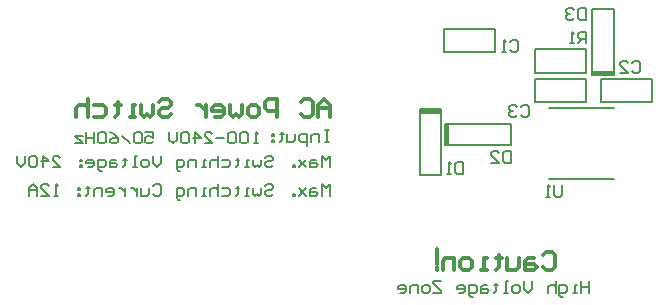
<source format=gbo>
G04*
G04 #@! TF.GenerationSoftware,Altium Limited,Altium Designer,19.0.5 (141)*
G04*
G04 Layer_Color=32896*
%FSLAX25Y25*%
%MOIN*%
G70*
G01*
G75*
%ADD10C,0.00787*%
%ADD53C,0.01181*%
D10*
X150394Y99528D02*
X157480D01*
Y98937D02*
Y100118D01*
X150394D02*
X157480D01*
X150394Y98937D02*
Y100118D01*
X157480Y78071D02*
Y98937D01*
X150394Y78071D02*
X157480D01*
X150394D02*
Y98937D01*
X157480D01*
X159843Y88071D02*
Y95157D01*
Y88071D02*
X180709D01*
Y95157D01*
X159843D02*
X180709D01*
X158661Y88071D02*
X159843D01*
X158661D02*
Y95157D01*
X159843D01*
X159252Y88071D02*
Y95157D01*
X207874Y112008D02*
X214961D01*
X207874Y111417D02*
Y112598D01*
Y111417D02*
X214961D01*
Y112598D01*
X207874D02*
Y133465D01*
X214961D01*
Y112598D02*
Y133465D01*
X207874Y112598D02*
X214961D01*
X193307Y100551D02*
X214961D01*
X193307Y76929D02*
X214961D01*
X188779Y112205D02*
Y120079D01*
X205709D01*
Y112205D02*
Y120079D01*
X188779Y112205D02*
X205709D01*
X175394Y119095D02*
Y126969D01*
X158465Y119095D02*
X175394D01*
X158465D02*
Y126969D01*
X175394D01*
X210630Y102362D02*
Y110236D01*
X227559D01*
Y102362D02*
Y110236D01*
X210630Y102362D02*
X227559D01*
X205709D02*
Y110236D01*
X188779Y102362D02*
X205709D01*
X188779D02*
Y110236D01*
X205709D01*
X120374Y71260D02*
Y75196D01*
X119062Y73884D01*
X117750Y75196D01*
Y71260D01*
X115782Y73884D02*
X114470D01*
X113814Y73228D01*
Y71260D01*
X115782D01*
X116438Y71916D01*
X115782Y72572D01*
X113814D01*
X112503Y73884D02*
X109879Y71260D01*
X111191Y72572D01*
X109879Y73884D01*
X112503Y71260D01*
X108567D02*
Y71916D01*
X107911D01*
Y71260D01*
X108567D01*
X98727Y74540D02*
X99383Y75196D01*
X100695D01*
X101351Y74540D01*
Y73884D01*
X100695Y73228D01*
X99383D01*
X98727Y72572D01*
Y71916D01*
X99383Y71260D01*
X100695D01*
X101351Y71916D01*
X97416Y73884D02*
Y71916D01*
X96760Y71260D01*
X96104Y71916D01*
X95448Y71260D01*
X94792Y71916D01*
Y73884D01*
X93480Y71260D02*
X92168D01*
X92824D01*
Y73884D01*
X93480D01*
X89544Y74540D02*
Y73884D01*
X90200D01*
X88888D01*
X89544D01*
Y71916D01*
X88888Y71260D01*
X84296Y73884D02*
X86264D01*
X86920Y73228D01*
Y71916D01*
X86264Y71260D01*
X84296D01*
X82985Y75196D02*
Y71260D01*
Y73228D01*
X82328Y73884D01*
X81017D01*
X80361Y73228D01*
Y71260D01*
X79049D02*
X77737D01*
X78393D01*
Y73884D01*
X79049D01*
X75769Y71260D02*
Y73884D01*
X73801D01*
X73145Y73228D01*
Y71260D01*
X70521Y69948D02*
X69865D01*
X69209Y70604D01*
Y73884D01*
X71177D01*
X71833Y73228D01*
Y71916D01*
X71177Y71260D01*
X69209D01*
X61338Y74540D02*
X61994Y75196D01*
X63306D01*
X63962Y74540D01*
Y71916D01*
X63306Y71260D01*
X61994D01*
X61338Y71916D01*
X60026Y73884D02*
Y71916D01*
X59370Y71260D01*
X57402D01*
Y73884D01*
X56090D02*
Y71260D01*
Y72572D01*
X55434Y73228D01*
X54778Y73884D01*
X54122D01*
X52154D02*
Y71260D01*
Y72572D01*
X51499Y73228D01*
X50843Y73884D01*
X50187D01*
X46251Y71260D02*
X47563D01*
X48219Y71916D01*
Y73228D01*
X47563Y73884D01*
X46251D01*
X45595Y73228D01*
Y72572D01*
X48219D01*
X44283Y71260D02*
Y73884D01*
X42315D01*
X41659Y73228D01*
Y71260D01*
X39691Y74540D02*
Y73884D01*
X40347D01*
X39035D01*
X39691D01*
Y71916D01*
X39035Y71260D01*
X37067Y73884D02*
X36412D01*
Y73228D01*
X37067D01*
Y73884D01*
Y71916D02*
X36412D01*
Y71260D01*
X37067D01*
Y71916D01*
X29852Y71260D02*
X28540D01*
X29196D01*
Y75196D01*
X29852Y74540D01*
X23948Y71260D02*
X26572D01*
X23948Y73884D01*
Y74540D01*
X24604Y75196D01*
X25916D01*
X26572Y74540D01*
X22637Y71260D02*
Y73884D01*
X21325Y75196D01*
X20013Y73884D01*
Y71260D01*
Y73228D01*
X22637D01*
X120374Y80709D02*
Y84644D01*
X119062Y83333D01*
X117750Y84644D01*
Y80709D01*
X115782Y83333D02*
X114470D01*
X113814Y82677D01*
Y80709D01*
X115782D01*
X116438Y81365D01*
X115782Y82021D01*
X113814D01*
X112503Y83333D02*
X109879Y80709D01*
X111191Y82021D01*
X109879Y83333D01*
X112503Y80709D01*
X108567D02*
Y81365D01*
X107911D01*
Y80709D01*
X108567D01*
X98727Y83988D02*
X99383Y84644D01*
X100695D01*
X101351Y83988D01*
Y83333D01*
X100695Y82677D01*
X99383D01*
X98727Y82021D01*
Y81365D01*
X99383Y80709D01*
X100695D01*
X101351Y81365D01*
X97416Y83333D02*
Y81365D01*
X96760Y80709D01*
X96104Y81365D01*
X95448Y80709D01*
X94792Y81365D01*
Y83333D01*
X93480Y80709D02*
X92168D01*
X92824D01*
Y83333D01*
X93480D01*
X89544Y83988D02*
Y83333D01*
X90200D01*
X88888D01*
X89544D01*
Y81365D01*
X88888Y80709D01*
X84296Y83333D02*
X86264D01*
X86920Y82677D01*
Y81365D01*
X86264Y80709D01*
X84296D01*
X82985Y84644D02*
Y80709D01*
Y82677D01*
X82328Y83333D01*
X81017D01*
X80361Y82677D01*
Y80709D01*
X79049D02*
X77737D01*
X78393D01*
Y83333D01*
X79049D01*
X75769Y80709D02*
Y83333D01*
X73801D01*
X73145Y82677D01*
Y80709D01*
X70521Y79397D02*
X69865D01*
X69209Y80053D01*
Y83333D01*
X71177D01*
X71833Y82677D01*
Y81365D01*
X71177Y80709D01*
X69209D01*
X63962Y84644D02*
Y82021D01*
X62650Y80709D01*
X61338Y82021D01*
Y84644D01*
X59370Y80709D02*
X58058D01*
X57402Y81365D01*
Y82677D01*
X58058Y83333D01*
X59370D01*
X60026Y82677D01*
Y81365D01*
X59370Y80709D01*
X56090D02*
X54778D01*
X55434D01*
Y84644D01*
X56090D01*
X52154Y83988D02*
Y83333D01*
X52811D01*
X51499D01*
X52154D01*
Y81365D01*
X51499Y80709D01*
X48875Y83333D02*
X47563D01*
X46907Y82677D01*
Y80709D01*
X48875D01*
X49531Y81365D01*
X48875Y82021D01*
X46907D01*
X44283Y79397D02*
X43627D01*
X42971Y80053D01*
Y83333D01*
X44939D01*
X45595Y82677D01*
Y81365D01*
X44939Y80709D01*
X42971D01*
X39691D02*
X41003D01*
X41659Y81365D01*
Y82677D01*
X41003Y83333D01*
X39691D01*
X39035Y82677D01*
Y82021D01*
X41659D01*
X37723Y83333D02*
X37067D01*
Y82677D01*
X37723D01*
Y83333D01*
Y81365D02*
X37067D01*
Y80709D01*
X37723D01*
Y81365D01*
X27884Y80709D02*
X30508D01*
X27884Y83333D01*
Y83988D01*
X28540Y84644D01*
X29852D01*
X30508Y83988D01*
X24604Y80709D02*
Y84644D01*
X26572Y82677D01*
X23948D01*
X22637Y83988D02*
X21981Y84644D01*
X20669D01*
X20013Y83988D01*
Y81365D01*
X20669Y80709D01*
X21981D01*
X22637Y81365D01*
Y83988D01*
X18701Y84644D02*
Y82021D01*
X17389Y80709D01*
X16077Y82021D01*
Y84644D01*
X96260Y88681D02*
X94948D01*
X95604D01*
Y92617D01*
X96260Y91961D01*
X92980D02*
X92324Y92617D01*
X91012D01*
X90356Y91961D01*
Y89337D01*
X91012Y88681D01*
X92324D01*
X92980Y89337D01*
Y91961D01*
X89044D02*
X88388Y92617D01*
X87076D01*
X86421Y91961D01*
Y89337D01*
X87076Y88681D01*
X88388D01*
X89044Y89337D01*
Y91961D01*
X85109Y90649D02*
X82485D01*
X78549Y88681D02*
X81173D01*
X78549Y91305D01*
Y91961D01*
X79205Y92617D01*
X80517D01*
X81173Y91961D01*
X75269Y88681D02*
Y92617D01*
X77237Y90649D01*
X74613D01*
X73301Y91961D02*
X72645Y92617D01*
X71333D01*
X70678Y91961D01*
Y89337D01*
X71333Y88681D01*
X72645D01*
X73301Y89337D01*
Y91961D01*
X69366Y92617D02*
Y89993D01*
X68054Y88681D01*
X66742Y89993D01*
Y92617D01*
X58870D02*
X61494D01*
Y90649D01*
X60182Y91305D01*
X59526D01*
X58870Y90649D01*
Y89337D01*
X59526Y88681D01*
X60838D01*
X61494Y89337D01*
X57558Y91961D02*
X56902Y92617D01*
X55590D01*
X54935Y91961D01*
Y89337D01*
X55590Y88681D01*
X56902D01*
X57558Y89337D01*
Y91961D01*
X53623Y88681D02*
X50999Y91305D01*
X47063Y92617D02*
X48375Y91961D01*
X49687Y90649D01*
Y89337D01*
X49031Y88681D01*
X47719D01*
X47063Y89337D01*
Y89993D01*
X47719Y90649D01*
X49687D01*
X45751Y91961D02*
X45095Y92617D01*
X43783D01*
X43127Y91961D01*
Y89337D01*
X43783Y88681D01*
X45095D01*
X45751Y89337D01*
Y91961D01*
X41815Y92617D02*
Y88681D01*
Y90649D01*
X39192D01*
Y92617D01*
Y88681D01*
X37880Y91305D02*
X35256D01*
X37880Y88681D01*
X35256D01*
X119980Y93207D02*
X118668D01*
X119324D01*
Y89272D01*
X119980D01*
X118668D01*
X116700D02*
Y91896D01*
X114733D01*
X114077Y91240D01*
Y89272D01*
X112765Y87960D02*
Y91896D01*
X110797D01*
X110141Y91240D01*
Y89928D01*
X110797Y89272D01*
X112765D01*
X108829Y91896D02*
Y89928D01*
X108173Y89272D01*
X106205D01*
Y91896D01*
X104237Y92551D02*
Y91896D01*
X104893D01*
X103581D01*
X104237D01*
Y89928D01*
X103581Y89272D01*
X101613Y91896D02*
X100958D01*
Y91240D01*
X101613D01*
Y91896D01*
Y89928D02*
X100958D01*
Y89272D01*
X101613D01*
Y89928D01*
X206693Y42912D02*
Y38976D01*
Y40944D01*
X204069D01*
Y42912D01*
Y38976D01*
X202757D02*
X201445D01*
X202101D01*
Y41600D01*
X202757D01*
X198166Y37664D02*
X197510D01*
X196854Y38320D01*
Y41600D01*
X198821D01*
X199477Y40944D01*
Y39632D01*
X198821Y38976D01*
X196854D01*
X195542Y42912D02*
Y38976D01*
Y40944D01*
X194886Y41600D01*
X193574D01*
X192918Y40944D01*
Y38976D01*
X187670Y42912D02*
Y40288D01*
X186358Y38976D01*
X185046Y40288D01*
Y42912D01*
X183079Y38976D02*
X181767D01*
X181111Y39632D01*
Y40944D01*
X181767Y41600D01*
X183079D01*
X183734Y40944D01*
Y39632D01*
X183079Y38976D01*
X179799D02*
X178487D01*
X179143D01*
Y42912D01*
X179799D01*
X175863Y42256D02*
Y41600D01*
X176519D01*
X175207D01*
X175863D01*
Y39632D01*
X175207Y38976D01*
X172583Y41600D02*
X171271D01*
X170615Y40944D01*
Y38976D01*
X172583D01*
X173239Y39632D01*
X172583Y40288D01*
X170615D01*
X167991Y37664D02*
X167335D01*
X166680Y38320D01*
Y41600D01*
X168647D01*
X169303Y40944D01*
Y39632D01*
X168647Y38976D01*
X166680D01*
X163400D02*
X164712D01*
X165368Y39632D01*
Y40944D01*
X164712Y41600D01*
X163400D01*
X162744Y40944D01*
Y40288D01*
X165368D01*
X157496Y42912D02*
X154872D01*
Y42256D01*
X157496Y39632D01*
Y38976D01*
X154872D01*
X152904D02*
X151593D01*
X150937Y39632D01*
Y40944D01*
X151593Y41600D01*
X152904D01*
X153560Y40944D01*
Y39632D01*
X152904Y38976D01*
X149625D02*
Y41600D01*
X147657D01*
X147001Y40944D01*
Y38976D01*
X143721D02*
X145033D01*
X145689Y39632D01*
Y40944D01*
X145033Y41600D01*
X143721D01*
X143065Y40944D01*
Y40288D01*
X145689D01*
X197638Y74802D02*
Y71522D01*
X196982Y70866D01*
X195670D01*
X195014Y71522D01*
Y74802D01*
X193702Y70866D02*
X192390D01*
X193046D01*
Y74802D01*
X193702Y74146D01*
X205709Y122047D02*
Y125983D01*
X203741D01*
X203085Y125327D01*
Y124015D01*
X203741Y123359D01*
X205709D01*
X204397D02*
X203085Y122047D01*
X201773D02*
X200461D01*
X201117D01*
Y125983D01*
X201773Y125327D01*
X205709Y133857D02*
Y129921D01*
X203741D01*
X203085Y130577D01*
Y133201D01*
X203741Y133857D01*
X205709D01*
X201773Y133201D02*
X201117Y133857D01*
X199805D01*
X199149Y133201D01*
Y132545D01*
X199805Y131889D01*
X200461D01*
X199805D01*
X199149Y131233D01*
Y130577D01*
X199805Y129921D01*
X201117D01*
X201773Y130577D01*
X180709Y86101D02*
Y82165D01*
X178741D01*
X178085Y82821D01*
Y85445D01*
X178741Y86101D01*
X180709D01*
X174149Y82165D02*
X176773D01*
X174149Y84789D01*
Y85445D01*
X174805Y86101D01*
X176117D01*
X176773Y85445D01*
X164764Y82381D02*
Y78445D01*
X162796D01*
X162140Y79101D01*
Y81725D01*
X162796Y82381D01*
X164764D01*
X160828Y78445D02*
X159516D01*
X160172D01*
Y82381D01*
X160828Y81725D01*
X183990Y100918D02*
X184646Y101574D01*
X185958D01*
X186614Y100918D01*
Y98294D01*
X185958Y97638D01*
X184646D01*
X183990Y98294D01*
X182678Y100918D02*
X182023Y101574D01*
X180711D01*
X180055Y100918D01*
Y100262D01*
X180711Y99606D01*
X181367D01*
X180711D01*
X180055Y98950D01*
Y98294D01*
X180711Y97638D01*
X182023D01*
X182678Y98294D01*
X220998Y115484D02*
X221654Y116140D01*
X222966D01*
X223622Y115484D01*
Y112861D01*
X222966Y112205D01*
X221654D01*
X220998Y112861D01*
X217062Y112205D02*
X219686D01*
X217062Y114829D01*
Y115484D01*
X217718Y116140D01*
X219030D01*
X219686Y115484D01*
X180447Y122374D02*
X181103Y123030D01*
X182415D01*
X183071Y122374D01*
Y119750D01*
X182415Y119095D01*
X181103D01*
X180447Y119750D01*
X179135Y119095D02*
X177823D01*
X178479D01*
Y123030D01*
X179135Y122374D01*
D53*
X120472Y97638D02*
Y101574D01*
X118505Y103541D01*
X116537Y101574D01*
Y97638D01*
Y100590D01*
X120472D01*
X110633Y102558D02*
X111617Y103541D01*
X113585D01*
X114569Y102558D01*
Y98622D01*
X113585Y97638D01*
X111617D01*
X110633Y98622D01*
X102762Y97638D02*
Y103541D01*
X99810D01*
X98826Y102558D01*
Y100590D01*
X99810Y99606D01*
X102762D01*
X95874Y97638D02*
X93906D01*
X92922Y98622D01*
Y100590D01*
X93906Y101574D01*
X95874D01*
X96858Y100590D01*
Y98622D01*
X95874Y97638D01*
X90954Y101574D02*
Y98622D01*
X89970Y97638D01*
X88987Y98622D01*
X88003Y97638D01*
X87019Y98622D01*
Y101574D01*
X82099Y97638D02*
X84067D01*
X85051Y98622D01*
Y100590D01*
X84067Y101574D01*
X82099D01*
X81115Y100590D01*
Y99606D01*
X85051D01*
X79147Y101574D02*
Y97638D01*
Y99606D01*
X78163Y100590D01*
X77179Y101574D01*
X76195D01*
X63404Y102558D02*
X64388Y103541D01*
X66356D01*
X67340Y102558D01*
Y101574D01*
X66356Y100590D01*
X64388D01*
X63404Y99606D01*
Y98622D01*
X64388Y97638D01*
X66356D01*
X67340Y98622D01*
X61436Y101574D02*
Y98622D01*
X60453Y97638D01*
X59469Y98622D01*
X58485Y97638D01*
X57501Y98622D01*
Y101574D01*
X55533Y97638D02*
X53565D01*
X54549D01*
Y101574D01*
X55533D01*
X49629Y102558D02*
Y101574D01*
X50613D01*
X48645D01*
X49629D01*
Y98622D01*
X48645Y97638D01*
X41758Y101574D02*
X44710D01*
X45693Y100590D01*
Y98622D01*
X44710Y97638D01*
X41758D01*
X39790Y103541D02*
Y97638D01*
Y100590D01*
X38806Y101574D01*
X36838D01*
X35854Y100590D01*
Y97638D01*
X191340Y51376D02*
X192324Y52360D01*
X194292D01*
X195276Y51376D01*
Y47441D01*
X194292Y46457D01*
X192324D01*
X191340Y47441D01*
X188388Y50392D02*
X186420D01*
X185436Y49409D01*
Y46457D01*
X188388D01*
X189372Y47441D01*
X188388Y48425D01*
X185436D01*
X183468Y50392D02*
Y47441D01*
X182484Y46457D01*
X179533D01*
Y50392D01*
X176581Y51376D02*
Y50392D01*
X177565D01*
X175597D01*
X176581D01*
Y47441D01*
X175597Y46457D01*
X172645D02*
X170677D01*
X171661D01*
Y50392D01*
X172645D01*
X166742Y46457D02*
X164774D01*
X163790Y47441D01*
Y49409D01*
X164774Y50392D01*
X166742D01*
X167726Y49409D01*
Y47441D01*
X166742Y46457D01*
X161822D02*
Y50392D01*
X158870D01*
X157886Y49409D01*
Y46457D01*
X155918Y48425D02*
Y53344D01*
Y47441D02*
Y46457D01*
M02*

</source>
